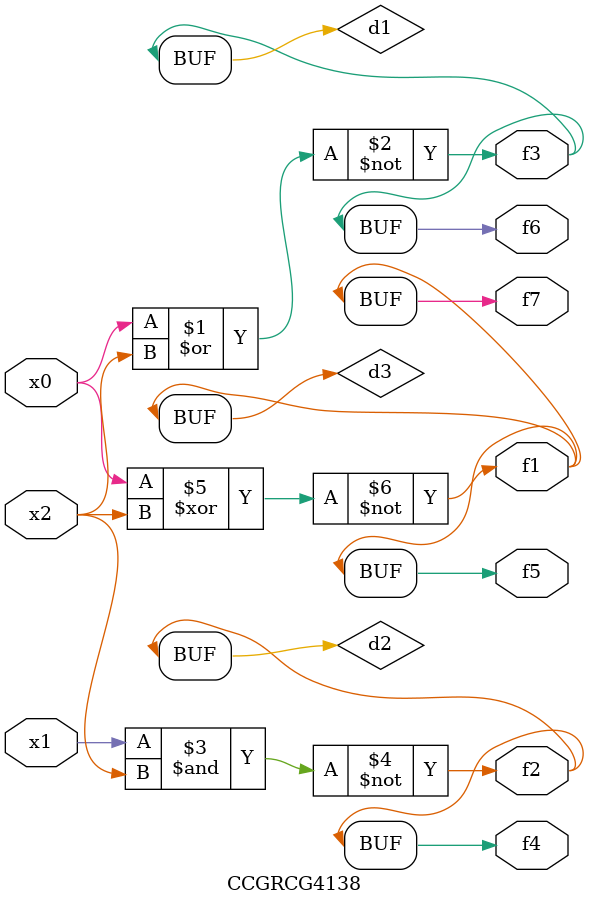
<source format=v>
module CCGRCG4138(
	input x0, x1, x2,
	output f1, f2, f3, f4, f5, f6, f7
);

	wire d1, d2, d3;

	nor (d1, x0, x2);
	nand (d2, x1, x2);
	xnor (d3, x0, x2);
	assign f1 = d3;
	assign f2 = d2;
	assign f3 = d1;
	assign f4 = d2;
	assign f5 = d3;
	assign f6 = d1;
	assign f7 = d3;
endmodule

</source>
